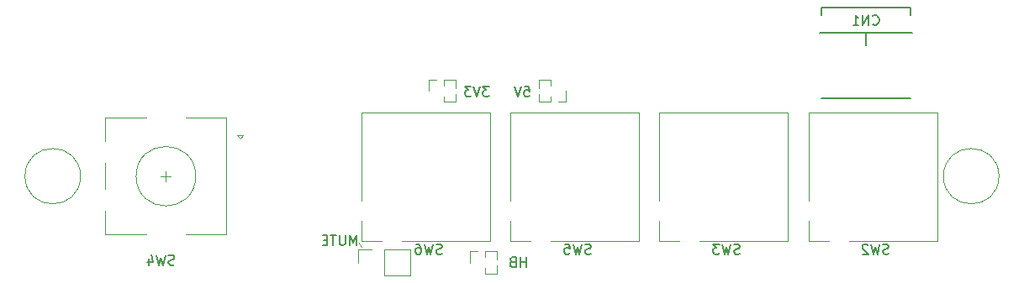
<source format=gbr>
%TF.GenerationSoftware,KiCad,Pcbnew,(5.1.6)-1*%
%TF.CreationDate,2021-06-16T19:52:11-04:00*%
%TF.ProjectId,QAZ_media,51415a5f-6d65-4646-9961-2e6b69636164,rev?*%
%TF.SameCoordinates,Original*%
%TF.FileFunction,Legend,Bot*%
%TF.FilePolarity,Positive*%
%FSLAX46Y46*%
G04 Gerber Fmt 4.6, Leading zero omitted, Abs format (unit mm)*
G04 Created by KiCad (PCBNEW (5.1.6)-1) date 2021-06-16 19:52:11*
%MOMM*%
%LPD*%
G01*
G04 APERTURE LIST*
%ADD10C,0.120000*%
%ADD11C,0.200000*%
%ADD12C,0.150000*%
G04 APERTURE END LIST*
D10*
X110958912Y-109238119D02*
G75*
G02*
X111249999Y-109700001I-458912J-611881D01*
G01*
D11*
X110690476Y-109452380D02*
X110690476Y-108452380D01*
X110357142Y-109166666D01*
X110023809Y-108452380D01*
X110023809Y-109452380D01*
X109547619Y-108452380D02*
X109547619Y-109261904D01*
X109500000Y-109357142D01*
X109452380Y-109404761D01*
X109357142Y-109452380D01*
X109166666Y-109452380D01*
X109071428Y-109404761D01*
X109023809Y-109357142D01*
X108976190Y-109261904D01*
X108976190Y-108452380D01*
X108642857Y-108452380D02*
X108071428Y-108452380D01*
X108357142Y-109452380D02*
X108357142Y-108452380D01*
X107738095Y-108928571D02*
X107404761Y-108928571D01*
X107261904Y-109452380D02*
X107738095Y-109452380D01*
X107738095Y-108452380D01*
X107261904Y-108452380D01*
X124038095Y-93452380D02*
X123419047Y-93452380D01*
X123752380Y-93833333D01*
X123609523Y-93833333D01*
X123514285Y-93880952D01*
X123466666Y-93928571D01*
X123419047Y-94023809D01*
X123419047Y-94261904D01*
X123466666Y-94357142D01*
X123514285Y-94404761D01*
X123609523Y-94452380D01*
X123895238Y-94452380D01*
X123990476Y-94404761D01*
X124038095Y-94357142D01*
X123133333Y-93452380D02*
X122800000Y-94452380D01*
X122466666Y-93452380D01*
X122228571Y-93452380D02*
X121609523Y-93452380D01*
X121942857Y-93833333D01*
X121800000Y-93833333D01*
X121704761Y-93880952D01*
X121657142Y-93928571D01*
X121609523Y-94023809D01*
X121609523Y-94261904D01*
X121657142Y-94357142D01*
X121704761Y-94404761D01*
X121800000Y-94452380D01*
X122085714Y-94452380D01*
X122180952Y-94404761D01*
X122228571Y-94357142D01*
X127590476Y-93452380D02*
X128066666Y-93452380D01*
X128114285Y-93928571D01*
X128066666Y-93880952D01*
X127971428Y-93833333D01*
X127733333Y-93833333D01*
X127638095Y-93880952D01*
X127590476Y-93928571D01*
X127542857Y-94023809D01*
X127542857Y-94261904D01*
X127590476Y-94357142D01*
X127638095Y-94404761D01*
X127733333Y-94452380D01*
X127971428Y-94452380D01*
X128066666Y-94404761D01*
X128114285Y-94357142D01*
X127257142Y-93452380D02*
X126923809Y-94452380D01*
X126590476Y-93452380D01*
X127785714Y-111652380D02*
X127785714Y-110652380D01*
X127785714Y-111128571D02*
X127214285Y-111128571D01*
X127214285Y-111652380D02*
X127214285Y-110652380D01*
X126404761Y-111128571D02*
X126261904Y-111176190D01*
X126214285Y-111223809D01*
X126166666Y-111319047D01*
X126166666Y-111461904D01*
X126214285Y-111557142D01*
X126261904Y-111604761D01*
X126357142Y-111652380D01*
X126738095Y-111652380D01*
X126738095Y-110652380D01*
X126404761Y-110652380D01*
X126309523Y-110700000D01*
X126261904Y-110747619D01*
X126214285Y-110842857D01*
X126214285Y-110938095D01*
X126261904Y-111033333D01*
X126309523Y-111080952D01*
X126404761Y-111128571D01*
X126738095Y-111128571D01*
D10*
%TO.C,H2*%
X82894000Y-102500000D02*
G75*
G03*
X82894000Y-102500000I-2794000J0D01*
G01*
%TO.C,H1*%
X175394000Y-102500000D02*
G75*
G03*
X175394000Y-102500000I-2794000J0D01*
G01*
%TO.C,SW5*%
X126198000Y-96094000D02*
X126198000Y-104984000D01*
X139152000Y-96094000D02*
X126198000Y-96094000D01*
X139152000Y-109048000D02*
X139152000Y-96094000D01*
X130262000Y-109048000D02*
X139152000Y-109048000D01*
X126198000Y-109048000D02*
X128230000Y-109048000D01*
X126198000Y-109048000D02*
X126198000Y-107016000D01*
%TO.C,D4*%
X110870000Y-109870000D02*
X110870000Y-111200000D01*
X112200000Y-109870000D02*
X110870000Y-109870000D01*
X113470000Y-109870000D02*
X113470000Y-112530000D01*
X113470000Y-112530000D02*
X116070000Y-112530000D01*
X113470000Y-109870000D02*
X116070000Y-109870000D01*
X116070000Y-109870000D02*
X116070000Y-112530000D01*
%TO.C,SW6*%
X111198000Y-96094000D02*
X111198000Y-104984000D01*
X124152000Y-96094000D02*
X111198000Y-96094000D01*
X124152000Y-109048000D02*
X124152000Y-96094000D01*
X115262000Y-109048000D02*
X124152000Y-109048000D01*
X111198000Y-109048000D02*
X113230000Y-109048000D01*
X111198000Y-109048000D02*
X111198000Y-107016000D01*
%TO.C,SW4*%
X92000000Y-102500000D02*
X91000000Y-102500000D01*
X91500000Y-102000000D02*
X91500000Y-103000000D01*
X85400000Y-106000000D02*
X85400000Y-108400000D01*
X85400000Y-101200000D02*
X85400000Y-103800000D01*
X85400000Y-96600000D02*
X85400000Y-99000000D01*
X98700000Y-98400000D02*
X99000000Y-98700000D01*
X99300000Y-98400000D02*
X98700000Y-98400000D01*
X99000000Y-98700000D02*
X99300000Y-98400000D01*
X97600000Y-96600000D02*
X97600000Y-108400000D01*
X93500000Y-96600000D02*
X97600000Y-96600000D01*
X93500000Y-108400000D02*
X97600000Y-108400000D01*
X85400000Y-108400000D02*
X89500000Y-108400000D01*
X89500000Y-96600000D02*
X85400000Y-96600000D01*
X94500000Y-102500000D02*
G75*
G03*
X94500000Y-102500000I-3000000J0D01*
G01*
%TO.C,SW3*%
X141198000Y-96094000D02*
X141198000Y-104984000D01*
X154152000Y-96094000D02*
X141198000Y-96094000D01*
X154152000Y-109048000D02*
X154152000Y-96094000D01*
X145262000Y-109048000D02*
X154152000Y-109048000D01*
X141198000Y-109048000D02*
X143230000Y-109048000D01*
X141198000Y-109048000D02*
X141198000Y-107016000D01*
%TO.C,SW2*%
X156198000Y-96094000D02*
X156198000Y-104984000D01*
X169152000Y-96094000D02*
X156198000Y-96094000D01*
X169152000Y-109048000D02*
X169152000Y-96094000D01*
X160262000Y-109048000D02*
X169152000Y-109048000D01*
X156198000Y-109048000D02*
X158230000Y-109048000D01*
X156198000Y-109048000D02*
X156198000Y-107016000D01*
%TO.C,JP3*%
X122140000Y-110090000D02*
X122140000Y-111200000D01*
X122900000Y-110090000D02*
X122140000Y-110090000D01*
X123660000Y-111763471D02*
X123660000Y-112310000D01*
X123660000Y-110090000D02*
X123660000Y-110636529D01*
X123660000Y-112310000D02*
X124865000Y-112310000D01*
X123660000Y-110090000D02*
X124865000Y-110090000D01*
X124865000Y-111507530D02*
X124865000Y-112310000D01*
X124865000Y-110090000D02*
X124865000Y-110892470D01*
%TO.C,JP2*%
X120715000Y-92790000D02*
X120715000Y-93592470D01*
X120715000Y-94207530D02*
X120715000Y-95010000D01*
X119510000Y-92790000D02*
X120715000Y-92790000D01*
X119510000Y-95010000D02*
X120715000Y-95010000D01*
X119510000Y-92790000D02*
X119510000Y-93336529D01*
X119510000Y-94463471D02*
X119510000Y-95010000D01*
X118750000Y-92790000D02*
X117990000Y-92790000D01*
X117990000Y-92790000D02*
X117990000Y-93900000D01*
%TO.C,JP1*%
X129035000Y-95010000D02*
X129035000Y-94207530D01*
X129035000Y-93592470D02*
X129035000Y-92790000D01*
X130240000Y-95010000D02*
X129035000Y-95010000D01*
X130240000Y-92790000D02*
X129035000Y-92790000D01*
X130240000Y-95010000D02*
X130240000Y-94463471D01*
X130240000Y-93336529D02*
X130240000Y-92790000D01*
X131000000Y-95010000D02*
X131760000Y-95010000D01*
X131760000Y-95010000D02*
X131760000Y-93900000D01*
D12*
%TO.C,CN1*%
X157375000Y-88000000D02*
X166625000Y-88000000D01*
X157525000Y-94660000D02*
X166475000Y-94660000D01*
X166480000Y-86250000D02*
X166475000Y-85490000D01*
X157525000Y-85490000D02*
X166475000Y-85490000D01*
X157525000Y-85490000D02*
X157520000Y-86250000D01*
X162000000Y-88000000D02*
X162000000Y-89270000D01*
%TO.C,SW5*%
X134283333Y-110304761D02*
X134140476Y-110352380D01*
X133902380Y-110352380D01*
X133807142Y-110304761D01*
X133759523Y-110257142D01*
X133711904Y-110161904D01*
X133711904Y-110066666D01*
X133759523Y-109971428D01*
X133807142Y-109923809D01*
X133902380Y-109876190D01*
X134092857Y-109828571D01*
X134188095Y-109780952D01*
X134235714Y-109733333D01*
X134283333Y-109638095D01*
X134283333Y-109542857D01*
X134235714Y-109447619D01*
X134188095Y-109400000D01*
X134092857Y-109352380D01*
X133854761Y-109352380D01*
X133711904Y-109400000D01*
X133378571Y-109352380D02*
X133140476Y-110352380D01*
X132950000Y-109638095D01*
X132759523Y-110352380D01*
X132521428Y-109352380D01*
X131664285Y-109352380D02*
X132140476Y-109352380D01*
X132188095Y-109828571D01*
X132140476Y-109780952D01*
X132045238Y-109733333D01*
X131807142Y-109733333D01*
X131711904Y-109780952D01*
X131664285Y-109828571D01*
X131616666Y-109923809D01*
X131616666Y-110161904D01*
X131664285Y-110257142D01*
X131711904Y-110304761D01*
X131807142Y-110352380D01*
X132045238Y-110352380D01*
X132140476Y-110304761D01*
X132188095Y-110257142D01*
%TO.C,SW6*%
X119283333Y-110304761D02*
X119140476Y-110352380D01*
X118902380Y-110352380D01*
X118807142Y-110304761D01*
X118759523Y-110257142D01*
X118711904Y-110161904D01*
X118711904Y-110066666D01*
X118759523Y-109971428D01*
X118807142Y-109923809D01*
X118902380Y-109876190D01*
X119092857Y-109828571D01*
X119188095Y-109780952D01*
X119235714Y-109733333D01*
X119283333Y-109638095D01*
X119283333Y-109542857D01*
X119235714Y-109447619D01*
X119188095Y-109400000D01*
X119092857Y-109352380D01*
X118854761Y-109352380D01*
X118711904Y-109400000D01*
X118378571Y-109352380D02*
X118140476Y-110352380D01*
X117950000Y-109638095D01*
X117759523Y-110352380D01*
X117521428Y-109352380D01*
X116711904Y-109352380D02*
X116902380Y-109352380D01*
X116997619Y-109400000D01*
X117045238Y-109447619D01*
X117140476Y-109590476D01*
X117188095Y-109780952D01*
X117188095Y-110161904D01*
X117140476Y-110257142D01*
X117092857Y-110304761D01*
X116997619Y-110352380D01*
X116807142Y-110352380D01*
X116711904Y-110304761D01*
X116664285Y-110257142D01*
X116616666Y-110161904D01*
X116616666Y-109923809D01*
X116664285Y-109828571D01*
X116711904Y-109780952D01*
X116807142Y-109733333D01*
X116997619Y-109733333D01*
X117092857Y-109780952D01*
X117140476Y-109828571D01*
X117188095Y-109923809D01*
%TO.C,SW4*%
X92333333Y-111404761D02*
X92190476Y-111452380D01*
X91952380Y-111452380D01*
X91857142Y-111404761D01*
X91809523Y-111357142D01*
X91761904Y-111261904D01*
X91761904Y-111166666D01*
X91809523Y-111071428D01*
X91857142Y-111023809D01*
X91952380Y-110976190D01*
X92142857Y-110928571D01*
X92238095Y-110880952D01*
X92285714Y-110833333D01*
X92333333Y-110738095D01*
X92333333Y-110642857D01*
X92285714Y-110547619D01*
X92238095Y-110500000D01*
X92142857Y-110452380D01*
X91904761Y-110452380D01*
X91761904Y-110500000D01*
X91428571Y-110452380D02*
X91190476Y-111452380D01*
X91000000Y-110738095D01*
X90809523Y-111452380D01*
X90571428Y-110452380D01*
X89761904Y-110785714D02*
X89761904Y-111452380D01*
X90000000Y-110404761D02*
X90238095Y-111119047D01*
X89619047Y-111119047D01*
%TO.C,SW3*%
X149283333Y-110304761D02*
X149140476Y-110352380D01*
X148902380Y-110352380D01*
X148807142Y-110304761D01*
X148759523Y-110257142D01*
X148711904Y-110161904D01*
X148711904Y-110066666D01*
X148759523Y-109971428D01*
X148807142Y-109923809D01*
X148902380Y-109876190D01*
X149092857Y-109828571D01*
X149188095Y-109780952D01*
X149235714Y-109733333D01*
X149283333Y-109638095D01*
X149283333Y-109542857D01*
X149235714Y-109447619D01*
X149188095Y-109400000D01*
X149092857Y-109352380D01*
X148854761Y-109352380D01*
X148711904Y-109400000D01*
X148378571Y-109352380D02*
X148140476Y-110352380D01*
X147950000Y-109638095D01*
X147759523Y-110352380D01*
X147521428Y-109352380D01*
X147235714Y-109352380D02*
X146616666Y-109352380D01*
X146950000Y-109733333D01*
X146807142Y-109733333D01*
X146711904Y-109780952D01*
X146664285Y-109828571D01*
X146616666Y-109923809D01*
X146616666Y-110161904D01*
X146664285Y-110257142D01*
X146711904Y-110304761D01*
X146807142Y-110352380D01*
X147092857Y-110352380D01*
X147188095Y-110304761D01*
X147235714Y-110257142D01*
%TO.C,SW2*%
X164283333Y-110304761D02*
X164140476Y-110352380D01*
X163902380Y-110352380D01*
X163807142Y-110304761D01*
X163759523Y-110257142D01*
X163711904Y-110161904D01*
X163711904Y-110066666D01*
X163759523Y-109971428D01*
X163807142Y-109923809D01*
X163902380Y-109876190D01*
X164092857Y-109828571D01*
X164188095Y-109780952D01*
X164235714Y-109733333D01*
X164283333Y-109638095D01*
X164283333Y-109542857D01*
X164235714Y-109447619D01*
X164188095Y-109400000D01*
X164092857Y-109352380D01*
X163854761Y-109352380D01*
X163711904Y-109400000D01*
X163378571Y-109352380D02*
X163140476Y-110352380D01*
X162950000Y-109638095D01*
X162759523Y-110352380D01*
X162521428Y-109352380D01*
X162188095Y-109447619D02*
X162140476Y-109400000D01*
X162045238Y-109352380D01*
X161807142Y-109352380D01*
X161711904Y-109400000D01*
X161664285Y-109447619D01*
X161616666Y-109542857D01*
X161616666Y-109638095D01*
X161664285Y-109780952D01*
X162235714Y-110352380D01*
X161616666Y-110352380D01*
%TO.C,CN1*%
X162690476Y-87157142D02*
X162738095Y-87204761D01*
X162880952Y-87252380D01*
X162976190Y-87252380D01*
X163119047Y-87204761D01*
X163214285Y-87109523D01*
X163261904Y-87014285D01*
X163309523Y-86823809D01*
X163309523Y-86680952D01*
X163261904Y-86490476D01*
X163214285Y-86395238D01*
X163119047Y-86300000D01*
X162976190Y-86252380D01*
X162880952Y-86252380D01*
X162738095Y-86300000D01*
X162690476Y-86347619D01*
X162261904Y-87252380D02*
X162261904Y-86252380D01*
X161690476Y-87252380D01*
X161690476Y-86252380D01*
X160690476Y-87252380D02*
X161261904Y-87252380D01*
X160976190Y-87252380D02*
X160976190Y-86252380D01*
X161071428Y-86395238D01*
X161166666Y-86490476D01*
X161261904Y-86538095D01*
%TD*%
M02*

</source>
